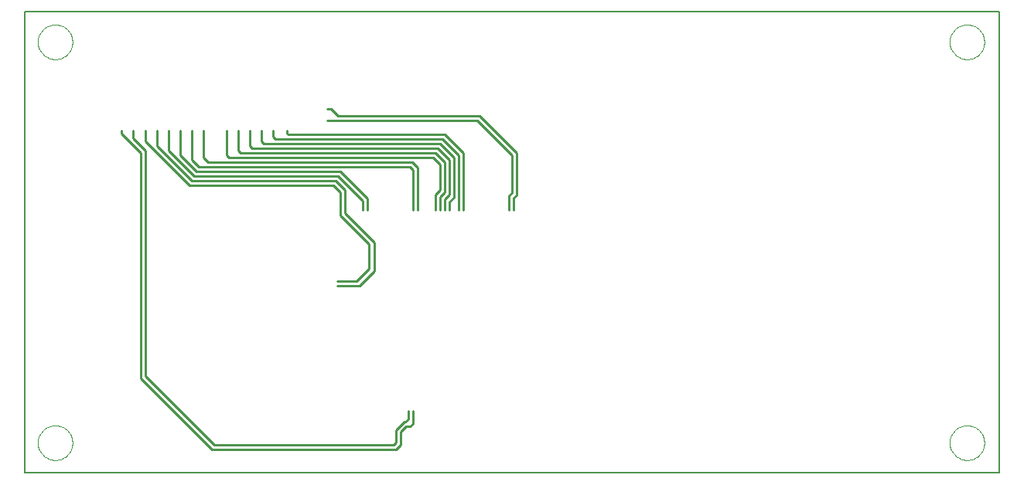
<source format=gtl>
G04 This is an RS-274x file exported by *
G04 gerbv version 2.6A *
G04 More information is available about gerbv at *
G04 http://gerbv.geda-project.org/ *
G04 --End of header info--*
%MOIN*%
%FSLAX34Y34*%
%IPPOS*%
G04 --Define apertures--*
%ADD10C,0.0000*%
%ADD11C,0.0050*%
%ADD12R,0.0591X0.0118*%
%ADD13R,0.0118X0.0591*%
%ADD14R,0.2126X0.2126*%
%ADD15R,0.0197X0.0197*%
%ADD16R,0.1449X0.0500*%
%ADD17C,0.0004*%
%ADD18R,0.0236X0.0354*%
%ADD19R,0.0354X0.0236*%
%ADD20R,0.0433X0.0787*%
%ADD21R,0.1299X0.0787*%
%ADD22R,0.0787X0.0197*%
%ADD23R,0.0256X0.0335*%
%ADD24R,0.0394X0.1083*%
%ADD25R,0.0413X0.0256*%
%ADD26R,0.2000X0.0500*%
%ADD27R,0.1260X0.0630*%
%ADD28C,0.0591*%
%ADD29R,0.0433X0.0492*%
%ADD30C,0.0500*%
%ADD31C,0.0197*%
%ADD32C,0.1005*%
%ADD33R,0.0394X0.2441*%
%ADD34R,0.0630X0.1181*%
%ADD35R,0.0079X0.0079*%
%ADD36C,0.0008*%
%ADD37R,0.0197X0.0236*%
%ADD38R,0.0236X0.0197*%
%ADD39C,0.0100*%
%ADD40C,0.0317*%
%ADD41C,0.0320*%
%ADD42C,0.0160*%
%ADD43C,0.0240*%
%ADD44C,0.0356*%
G04 --Start main section--*
G54D10*
G01X0000702Y0003000D02*
G01X0000704Y0003055D01*
G01X0000704Y0003055D02*
G01X0000710Y0003109D01*
G01X0000710Y0003109D02*
G01X0000720Y0003163D01*
G01X0000720Y0003163D02*
G01X0000734Y0003215D01*
G01X0000734Y0003215D02*
G01X0000751Y0003267D01*
G01X0000751Y0003267D02*
G01X0000773Y0003317D01*
G01X0000773Y0003317D02*
G01X0000798Y0003366D01*
G01X0000798Y0003366D02*
G01X0000826Y0003413D01*
G01X0000826Y0003413D02*
G01X0000858Y0003457D01*
G01X0000858Y0003457D02*
G01X0000893Y0003499D01*
G01X0000893Y0003499D02*
G01X0000931Y0003538D01*
G01X0000931Y0003538D02*
G01X0000972Y0003575D01*
G01X0000972Y0003575D02*
G01X0001015Y0003608D01*
G01X0001015Y0003608D02*
G01X0001060Y0003638D01*
G01X0001060Y0003638D02*
G01X0001108Y0003665D01*
G01X0001108Y0003665D02*
G01X0001157Y0003688D01*
G01X0001157Y0003688D02*
G01X0001208Y0003708D01*
G01X0001208Y0003708D02*
G01X0001261Y0003724D01*
G01X0001261Y0003724D02*
G01X0001314Y0003736D01*
G01X0001314Y0003736D02*
G01X0001368Y0003744D01*
G01X0001368Y0003744D02*
G01X0001423Y0003748D01*
G01X0001423Y0003748D02*
G01X0001477Y0003748D01*
G01X0001477Y0003748D02*
G01X0001532Y0003744D01*
G01X0001532Y0003744D02*
G01X0001586Y0003736D01*
G01X0001586Y0003736D02*
G01X0001639Y0003724D01*
G01X0001639Y0003724D02*
G01X0001692Y0003708D01*
G01X0001692Y0003708D02*
G01X0001743Y0003688D01*
G01X0001743Y0003688D02*
G01X0001792Y0003665D01*
G01X0001792Y0003665D02*
G01X0001840Y0003638D01*
G01X0001840Y0003638D02*
G01X0001885Y0003608D01*
G01X0001885Y0003608D02*
G01X0001928Y0003575D01*
G01X0001928Y0003575D02*
G01X0001969Y0003538D01*
G01X0001969Y0003538D02*
G01X0002007Y0003499D01*
G01X0002007Y0003499D02*
G01X0002042Y0003457D01*
G01X0002042Y0003457D02*
G01X0002074Y0003413D01*
G01X0002074Y0003413D02*
G01X0002102Y0003366D01*
G01X0002102Y0003366D02*
G01X0002127Y0003317D01*
G01X0002127Y0003317D02*
G01X0002149Y0003267D01*
G01X0002149Y0003267D02*
G01X0002166Y0003215D01*
G01X0002166Y0003215D02*
G01X0002180Y0003163D01*
G01X0002180Y0003163D02*
G01X0002190Y0003109D01*
G01X0002190Y0003109D02*
G01X0002196Y0003055D01*
G01X0002196Y0003055D02*
G01X0002198Y0003000D01*
G01X0002198Y0003000D02*
G01X0002196Y0002945D01*
G01X0002196Y0002945D02*
G01X0002190Y0002891D01*
G01X0002190Y0002891D02*
G01X0002180Y0002837D01*
G01X0002180Y0002837D02*
G01X0002166Y0002785D01*
G01X0002166Y0002785D02*
G01X0002149Y0002733D01*
G01X0002149Y0002733D02*
G01X0002127Y0002683D01*
G01X0002127Y0002683D02*
G01X0002102Y0002634D01*
G01X0002102Y0002634D02*
G01X0002074Y0002587D01*
G01X0002074Y0002587D02*
G01X0002042Y0002543D01*
G01X0002042Y0002543D02*
G01X0002007Y0002501D01*
G01X0002007Y0002501D02*
G01X0001969Y0002462D01*
G01X0001969Y0002462D02*
G01X0001928Y0002425D01*
G01X0001928Y0002425D02*
G01X0001885Y0002392D01*
G01X0001885Y0002392D02*
G01X0001840Y0002362D01*
G01X0001840Y0002362D02*
G01X0001792Y0002335D01*
G01X0001792Y0002335D02*
G01X0001743Y0002312D01*
G01X0001743Y0002312D02*
G01X0001692Y0002292D01*
G01X0001692Y0002292D02*
G01X0001639Y0002276D01*
G01X0001639Y0002276D02*
G01X0001586Y0002264D01*
G01X0001586Y0002264D02*
G01X0001532Y0002256D01*
G01X0001532Y0002256D02*
G01X0001477Y0002252D01*
G01X0001477Y0002252D02*
G01X0001423Y0002252D01*
G01X0001423Y0002252D02*
G01X0001368Y0002256D01*
G01X0001368Y0002256D02*
G01X0001314Y0002264D01*
G01X0001314Y0002264D02*
G01X0001261Y0002276D01*
G01X0001261Y0002276D02*
G01X0001208Y0002292D01*
G01X0001208Y0002292D02*
G01X0001157Y0002312D01*
G01X0001157Y0002312D02*
G01X0001108Y0002335D01*
G01X0001108Y0002335D02*
G01X0001060Y0002362D01*
G01X0001060Y0002362D02*
G01X0001015Y0002392D01*
G01X0001015Y0002392D02*
G01X0000972Y0002425D01*
G01X0000972Y0002425D02*
G01X0000931Y0002462D01*
G01X0000931Y0002462D02*
G01X0000893Y0002501D01*
G01X0000893Y0002501D02*
G01X0000858Y0002543D01*
G01X0000858Y0002543D02*
G01X0000826Y0002587D01*
G01X0000826Y0002587D02*
G01X0000798Y0002634D01*
G01X0000798Y0002634D02*
G01X0000773Y0002683D01*
G01X0000773Y0002683D02*
G01X0000751Y0002733D01*
G01X0000751Y0002733D02*
G01X0000734Y0002785D01*
G01X0000734Y0002785D02*
G01X0000720Y0002837D01*
G01X0000720Y0002837D02*
G01X0000710Y0002891D01*
G01X0000710Y0002891D02*
G01X0000704Y0002945D01*
G01X0000704Y0002945D02*
G01X0000702Y0003000D01*
G01X0040002Y0020300D02*
G01X0040004Y0020355D01*
G01X0040004Y0020355D02*
G01X0040010Y0020409D01*
G01X0040010Y0020409D02*
G01X0040020Y0020463D01*
G01X0040020Y0020463D02*
G01X0040034Y0020515D01*
G01X0040034Y0020515D02*
G01X0040051Y0020567D01*
G01X0040051Y0020567D02*
G01X0040073Y0020617D01*
G01X0040073Y0020617D02*
G01X0040098Y0020666D01*
G01X0040098Y0020666D02*
G01X0040126Y0020713D01*
G01X0040126Y0020713D02*
G01X0040158Y0020757D01*
G01X0040158Y0020757D02*
G01X0040193Y0020799D01*
G01X0040193Y0020799D02*
G01X0040231Y0020838D01*
G01X0040231Y0020838D02*
G01X0040272Y0020875D01*
G01X0040272Y0020875D02*
G01X0040315Y0020908D01*
G01X0040315Y0020908D02*
G01X0040360Y0020938D01*
G01X0040360Y0020938D02*
G01X0040408Y0020965D01*
G01X0040408Y0020965D02*
G01X0040457Y0020988D01*
G01X0040457Y0020988D02*
G01X0040508Y0021008D01*
G01X0040508Y0021008D02*
G01X0040561Y0021024D01*
G01X0040561Y0021024D02*
G01X0040614Y0021036D01*
G01X0040614Y0021036D02*
G01X0040668Y0021044D01*
G01X0040668Y0021044D02*
G01X0040723Y0021048D01*
G01X0040723Y0021048D02*
G01X0040777Y0021048D01*
G01X0040777Y0021048D02*
G01X0040832Y0021044D01*
G01X0040832Y0021044D02*
G01X0040886Y0021036D01*
G01X0040886Y0021036D02*
G01X0040939Y0021024D01*
G01X0040939Y0021024D02*
G01X0040992Y0021008D01*
G01X0040992Y0021008D02*
G01X0041043Y0020988D01*
G01X0041043Y0020988D02*
G01X0041092Y0020965D01*
G01X0041092Y0020965D02*
G01X0041140Y0020938D01*
G01X0041140Y0020938D02*
G01X0041185Y0020908D01*
G01X0041185Y0020908D02*
G01X0041228Y0020875D01*
G01X0041228Y0020875D02*
G01X0041269Y0020838D01*
G01X0041269Y0020838D02*
G01X0041307Y0020799D01*
G01X0041307Y0020799D02*
G01X0041342Y0020757D01*
G01X0041342Y0020757D02*
G01X0041374Y0020713D01*
G01X0041374Y0020713D02*
G01X0041402Y0020666D01*
G01X0041402Y0020666D02*
G01X0041427Y0020617D01*
G01X0041427Y0020617D02*
G01X0041449Y0020567D01*
G01X0041449Y0020567D02*
G01X0041466Y0020515D01*
G01X0041466Y0020515D02*
G01X0041480Y0020463D01*
G01X0041480Y0020463D02*
G01X0041490Y0020409D01*
G01X0041490Y0020409D02*
G01X0041496Y0020355D01*
G01X0041496Y0020355D02*
G01X0041498Y0020300D01*
G01X0041498Y0020300D02*
G01X0041496Y0020245D01*
G01X0041496Y0020245D02*
G01X0041490Y0020191D01*
G01X0041490Y0020191D02*
G01X0041480Y0020137D01*
G01X0041480Y0020137D02*
G01X0041466Y0020085D01*
G01X0041466Y0020085D02*
G01X0041449Y0020033D01*
G01X0041449Y0020033D02*
G01X0041427Y0019983D01*
G01X0041427Y0019983D02*
G01X0041402Y0019934D01*
G01X0041402Y0019934D02*
G01X0041374Y0019887D01*
G01X0041374Y0019887D02*
G01X0041342Y0019843D01*
G01X0041342Y0019843D02*
G01X0041307Y0019801D01*
G01X0041307Y0019801D02*
G01X0041269Y0019762D01*
G01X0041269Y0019762D02*
G01X0041228Y0019725D01*
G01X0041228Y0019725D02*
G01X0041185Y0019692D01*
G01X0041185Y0019692D02*
G01X0041140Y0019662D01*
G01X0041140Y0019662D02*
G01X0041092Y0019635D01*
G01X0041092Y0019635D02*
G01X0041043Y0019612D01*
G01X0041043Y0019612D02*
G01X0040992Y0019592D01*
G01X0040992Y0019592D02*
G01X0040939Y0019576D01*
G01X0040939Y0019576D02*
G01X0040886Y0019564D01*
G01X0040886Y0019564D02*
G01X0040832Y0019556D01*
G01X0040832Y0019556D02*
G01X0040777Y0019552D01*
G01X0040777Y0019552D02*
G01X0040723Y0019552D01*
G01X0040723Y0019552D02*
G01X0040668Y0019556D01*
G01X0040668Y0019556D02*
G01X0040614Y0019564D01*
G01X0040614Y0019564D02*
G01X0040561Y0019576D01*
G01X0040561Y0019576D02*
G01X0040508Y0019592D01*
G01X0040508Y0019592D02*
G01X0040457Y0019612D01*
G01X0040457Y0019612D02*
G01X0040408Y0019635D01*
G01X0040408Y0019635D02*
G01X0040360Y0019662D01*
G01X0040360Y0019662D02*
G01X0040315Y0019692D01*
G01X0040315Y0019692D02*
G01X0040272Y0019725D01*
G01X0040272Y0019725D02*
G01X0040231Y0019762D01*
G01X0040231Y0019762D02*
G01X0040193Y0019801D01*
G01X0040193Y0019801D02*
G01X0040158Y0019843D01*
G01X0040158Y0019843D02*
G01X0040126Y0019887D01*
G01X0040126Y0019887D02*
G01X0040098Y0019934D01*
G01X0040098Y0019934D02*
G01X0040073Y0019983D01*
G01X0040073Y0019983D02*
G01X0040051Y0020033D01*
G01X0040051Y0020033D02*
G01X0040034Y0020085D01*
G01X0040034Y0020085D02*
G01X0040020Y0020137D01*
G01X0040020Y0020137D02*
G01X0040010Y0020191D01*
G01X0040010Y0020191D02*
G01X0040004Y0020245D01*
G01X0040004Y0020245D02*
G01X0040002Y0020300D01*
G01X0000702Y0020300D02*
G01X0000704Y0020355D01*
G01X0000704Y0020355D02*
G01X0000710Y0020409D01*
G01X0000710Y0020409D02*
G01X0000720Y0020463D01*
G01X0000720Y0020463D02*
G01X0000734Y0020515D01*
G01X0000734Y0020515D02*
G01X0000751Y0020567D01*
G01X0000751Y0020567D02*
G01X0000773Y0020617D01*
G01X0000773Y0020617D02*
G01X0000798Y0020666D01*
G01X0000798Y0020666D02*
G01X0000826Y0020713D01*
G01X0000826Y0020713D02*
G01X0000858Y0020757D01*
G01X0000858Y0020757D02*
G01X0000893Y0020799D01*
G01X0000893Y0020799D02*
G01X0000931Y0020838D01*
G01X0000931Y0020838D02*
G01X0000972Y0020875D01*
G01X0000972Y0020875D02*
G01X0001015Y0020908D01*
G01X0001015Y0020908D02*
G01X0001060Y0020938D01*
G01X0001060Y0020938D02*
G01X0001108Y0020965D01*
G01X0001108Y0020965D02*
G01X0001157Y0020988D01*
G01X0001157Y0020988D02*
G01X0001208Y0021008D01*
G01X0001208Y0021008D02*
G01X0001261Y0021024D01*
G01X0001261Y0021024D02*
G01X0001314Y0021036D01*
G01X0001314Y0021036D02*
G01X0001368Y0021044D01*
G01X0001368Y0021044D02*
G01X0001423Y0021048D01*
G01X0001423Y0021048D02*
G01X0001477Y0021048D01*
G01X0001477Y0021048D02*
G01X0001532Y0021044D01*
G01X0001532Y0021044D02*
G01X0001586Y0021036D01*
G01X0001586Y0021036D02*
G01X0001639Y0021024D01*
G01X0001639Y0021024D02*
G01X0001692Y0021008D01*
G01X0001692Y0021008D02*
G01X0001743Y0020988D01*
G01X0001743Y0020988D02*
G01X0001792Y0020965D01*
G01X0001792Y0020965D02*
G01X0001840Y0020938D01*
G01X0001840Y0020938D02*
G01X0001885Y0020908D01*
G01X0001885Y0020908D02*
G01X0001928Y0020875D01*
G01X0001928Y0020875D02*
G01X0001969Y0020838D01*
G01X0001969Y0020838D02*
G01X0002007Y0020799D01*
G01X0002007Y0020799D02*
G01X0002042Y0020757D01*
G01X0002042Y0020757D02*
G01X0002074Y0020713D01*
G01X0002074Y0020713D02*
G01X0002102Y0020666D01*
G01X0002102Y0020666D02*
G01X0002127Y0020617D01*
G01X0002127Y0020617D02*
G01X0002149Y0020567D01*
G01X0002149Y0020567D02*
G01X0002166Y0020515D01*
G01X0002166Y0020515D02*
G01X0002180Y0020463D01*
G01X0002180Y0020463D02*
G01X0002190Y0020409D01*
G01X0002190Y0020409D02*
G01X0002196Y0020355D01*
G01X0002196Y0020355D02*
G01X0002198Y0020300D01*
G01X0002198Y0020300D02*
G01X0002196Y0020245D01*
G01X0002196Y0020245D02*
G01X0002190Y0020191D01*
G01X0002190Y0020191D02*
G01X0002180Y0020137D01*
G01X0002180Y0020137D02*
G01X0002166Y0020085D01*
G01X0002166Y0020085D02*
G01X0002149Y0020033D01*
G01X0002149Y0020033D02*
G01X0002127Y0019983D01*
G01X0002127Y0019983D02*
G01X0002102Y0019934D01*
G01X0002102Y0019934D02*
G01X0002074Y0019887D01*
G01X0002074Y0019887D02*
G01X0002042Y0019843D01*
G01X0002042Y0019843D02*
G01X0002007Y0019801D01*
G01X0002007Y0019801D02*
G01X0001969Y0019762D01*
G01X0001969Y0019762D02*
G01X0001928Y0019725D01*
G01X0001928Y0019725D02*
G01X0001885Y0019692D01*
G01X0001885Y0019692D02*
G01X0001840Y0019662D01*
G01X0001840Y0019662D02*
G01X0001792Y0019635D01*
G01X0001792Y0019635D02*
G01X0001743Y0019612D01*
G01X0001743Y0019612D02*
G01X0001692Y0019592D01*
G01X0001692Y0019592D02*
G01X0001639Y0019576D01*
G01X0001639Y0019576D02*
G01X0001586Y0019564D01*
G01X0001586Y0019564D02*
G01X0001532Y0019556D01*
G01X0001532Y0019556D02*
G01X0001477Y0019552D01*
G01X0001477Y0019552D02*
G01X0001423Y0019552D01*
G01X0001423Y0019552D02*
G01X0001368Y0019556D01*
G01X0001368Y0019556D02*
G01X0001314Y0019564D01*
G01X0001314Y0019564D02*
G01X0001261Y0019576D01*
G01X0001261Y0019576D02*
G01X0001208Y0019592D01*
G01X0001208Y0019592D02*
G01X0001157Y0019612D01*
G01X0001157Y0019612D02*
G01X0001108Y0019635D01*
G01X0001108Y0019635D02*
G01X0001060Y0019662D01*
G01X0001060Y0019662D02*
G01X0001015Y0019692D01*
G01X0001015Y0019692D02*
G01X0000972Y0019725D01*
G01X0000972Y0019725D02*
G01X0000931Y0019762D01*
G01X0000931Y0019762D02*
G01X0000893Y0019801D01*
G01X0000893Y0019801D02*
G01X0000858Y0019843D01*
G01X0000858Y0019843D02*
G01X0000826Y0019887D01*
G01X0000826Y0019887D02*
G01X0000798Y0019934D01*
G01X0000798Y0019934D02*
G01X0000773Y0019983D01*
G01X0000773Y0019983D02*
G01X0000751Y0020033D01*
G01X0000751Y0020033D02*
G01X0000734Y0020085D01*
G01X0000734Y0020085D02*
G01X0000720Y0020137D01*
G01X0000720Y0020137D02*
G01X0000710Y0020191D01*
G01X0000710Y0020191D02*
G01X0000704Y0020245D01*
G01X0000704Y0020245D02*
G01X0000702Y0020300D01*
G01X0040002Y0003000D02*
G01X0040004Y0003055D01*
G01X0040004Y0003055D02*
G01X0040010Y0003109D01*
G01X0040010Y0003109D02*
G01X0040020Y0003163D01*
G01X0040020Y0003163D02*
G01X0040034Y0003215D01*
G01X0040034Y0003215D02*
G01X0040051Y0003267D01*
G01X0040051Y0003267D02*
G01X0040073Y0003317D01*
G01X0040073Y0003317D02*
G01X0040098Y0003366D01*
G01X0040098Y0003366D02*
G01X0040126Y0003413D01*
G01X0040126Y0003413D02*
G01X0040158Y0003457D01*
G01X0040158Y0003457D02*
G01X0040193Y0003499D01*
G01X0040193Y0003499D02*
G01X0040231Y0003538D01*
G01X0040231Y0003538D02*
G01X0040272Y0003575D01*
G01X0040272Y0003575D02*
G01X0040315Y0003608D01*
G01X0040315Y0003608D02*
G01X0040360Y0003638D01*
G01X0040360Y0003638D02*
G01X0040408Y0003665D01*
G01X0040408Y0003665D02*
G01X0040457Y0003688D01*
G01X0040457Y0003688D02*
G01X0040508Y0003708D01*
G01X0040508Y0003708D02*
G01X0040561Y0003724D01*
G01X0040561Y0003724D02*
G01X0040614Y0003736D01*
G01X0040614Y0003736D02*
G01X0040668Y0003744D01*
G01X0040668Y0003744D02*
G01X0040723Y0003748D01*
G01X0040723Y0003748D02*
G01X0040777Y0003748D01*
G01X0040777Y0003748D02*
G01X0040832Y0003744D01*
G01X0040832Y0003744D02*
G01X0040886Y0003736D01*
G01X0040886Y0003736D02*
G01X0040939Y0003724D01*
G01X0040939Y0003724D02*
G01X0040992Y0003708D01*
G01X0040992Y0003708D02*
G01X0041043Y0003688D01*
G01X0041043Y0003688D02*
G01X0041092Y0003665D01*
G01X0041092Y0003665D02*
G01X0041140Y0003638D01*
G01X0041140Y0003638D02*
G01X0041185Y0003608D01*
G01X0041185Y0003608D02*
G01X0041228Y0003575D01*
G01X0041228Y0003575D02*
G01X0041269Y0003538D01*
G01X0041269Y0003538D02*
G01X0041307Y0003499D01*
G01X0041307Y0003499D02*
G01X0041342Y0003457D01*
G01X0041342Y0003457D02*
G01X0041374Y0003413D01*
G01X0041374Y0003413D02*
G01X0041402Y0003366D01*
G01X0041402Y0003366D02*
G01X0041427Y0003317D01*
G01X0041427Y0003317D02*
G01X0041449Y0003267D01*
G01X0041449Y0003267D02*
G01X0041466Y0003215D01*
G01X0041466Y0003215D02*
G01X0041480Y0003163D01*
G01X0041480Y0003163D02*
G01X0041490Y0003109D01*
G01X0041490Y0003109D02*
G01X0041496Y0003055D01*
G01X0041496Y0003055D02*
G01X0041498Y0003000D01*
G01X0041498Y0003000D02*
G01X0041496Y0002945D01*
G01X0041496Y0002945D02*
G01X0041490Y0002891D01*
G01X0041490Y0002891D02*
G01X0041480Y0002837D01*
G01X0041480Y0002837D02*
G01X0041466Y0002785D01*
G01X0041466Y0002785D02*
G01X0041449Y0002733D01*
G01X0041449Y0002733D02*
G01X0041427Y0002683D01*
G01X0041427Y0002683D02*
G01X0041402Y0002634D01*
G01X0041402Y0002634D02*
G01X0041374Y0002587D01*
G01X0041374Y0002587D02*
G01X0041342Y0002543D01*
G01X0041342Y0002543D02*
G01X0041307Y0002501D01*
G01X0041307Y0002501D02*
G01X0041269Y0002462D01*
G01X0041269Y0002462D02*
G01X0041228Y0002425D01*
G01X0041228Y0002425D02*
G01X0041185Y0002392D01*
G01X0041185Y0002392D02*
G01X0041140Y0002362D01*
G01X0041140Y0002362D02*
G01X0041092Y0002335D01*
G01X0041092Y0002335D02*
G01X0041043Y0002312D01*
G01X0041043Y0002312D02*
G01X0040992Y0002292D01*
G01X0040992Y0002292D02*
G01X0040939Y0002276D01*
G01X0040939Y0002276D02*
G01X0040886Y0002264D01*
G01X0040886Y0002264D02*
G01X0040832Y0002256D01*
G01X0040832Y0002256D02*
G01X0040777Y0002252D01*
G01X0040777Y0002252D02*
G01X0040723Y0002252D01*
G01X0040723Y0002252D02*
G01X0040668Y0002256D01*
G01X0040668Y0002256D02*
G01X0040614Y0002264D01*
G01X0040614Y0002264D02*
G01X0040561Y0002276D01*
G01X0040561Y0002276D02*
G01X0040508Y0002292D01*
G01X0040508Y0002292D02*
G01X0040457Y0002312D01*
G01X0040457Y0002312D02*
G01X0040408Y0002335D01*
G01X0040408Y0002335D02*
G01X0040360Y0002362D01*
G01X0040360Y0002362D02*
G01X0040315Y0002392D01*
G01X0040315Y0002392D02*
G01X0040272Y0002425D01*
G01X0040272Y0002425D02*
G01X0040231Y0002462D01*
G01X0040231Y0002462D02*
G01X0040193Y0002501D01*
G01X0040193Y0002501D02*
G01X0040158Y0002543D01*
G01X0040158Y0002543D02*
G01X0040126Y0002587D01*
G01X0040126Y0002587D02*
G01X0040098Y0002634D01*
G01X0040098Y0002634D02*
G01X0040073Y0002683D01*
G01X0040073Y0002683D02*
G01X0040051Y0002733D01*
G01X0040051Y0002733D02*
G01X0040034Y0002785D01*
G01X0040034Y0002785D02*
G01X0040020Y0002837D01*
G01X0040020Y0002837D02*
G01X0040010Y0002891D01*
G01X0040010Y0002891D02*
G01X0040004Y0002945D01*
G01X0040004Y0002945D02*
G01X0040002Y0003000D01*
G54D11*
G01X0042150Y0001700D02*
G01X0000150Y0001700D01*
G01X0000150Y0001700D02*
G01X0000150Y0021600D01*
G01X0000150Y0021600D02*
G01X0042150Y0021600D01*
G01X0042150Y0021600D02*
G01X0042150Y0001700D01*
G54D39*
G01X0011450Y0016483D02*
G01X0011450Y0016350D01*
G01X0011450Y0016350D02*
G01X0011500Y0016300D01*
G01X0011500Y0016300D02*
G01X0018250Y0016300D01*
G01X0018250Y0016300D02*
G01X0019050Y0015500D01*
G01X0019050Y0015500D02*
G01X0019050Y0013400D01*
G01X0019050Y0013400D02*
G01X0019033Y0013383D01*
G01X0019033Y0013383D02*
G01X0019033Y0013031D01*
G01X0018850Y0015400D02*
G01X0018850Y0013500D01*
G01X0018850Y0013500D02*
G01X0018836Y0013486D01*
G01X0018836Y0013486D02*
G01X0018836Y0013031D01*
G01X0021001Y0013651D02*
G01X0021150Y0013800D01*
G01X0021150Y0013800D02*
G01X0021150Y0015400D01*
G01X0021150Y0015400D02*
G01X0019650Y0016900D01*
G01X0019650Y0016900D02*
G01X0013167Y0016900D01*
G01X0013350Y0017400D02*
G01X0013650Y0017100D01*
G01X0013650Y0017100D02*
G01X0019750Y0017100D01*
G01X0019750Y0017100D02*
G01X0021350Y0015500D01*
G01X0021350Y0015500D02*
G01X0021350Y0013700D01*
G01X0021350Y0013700D02*
G01X0021198Y0013548D01*
G01X0021198Y0013548D02*
G01X0021198Y0013031D01*
G01X0021001Y0013031D02*
G01X0021001Y0013651D01*
G01X0005150Y0005761D02*
G01X0008211Y0002700D01*
G01X0008211Y0002700D02*
G01X0016150Y0002700D01*
G01X0016150Y0002700D02*
G01X0016350Y0002900D01*
G01X0016350Y0002900D02*
G01X0016350Y0003476D01*
G01X0016350Y0003476D02*
G01X0016574Y0003700D01*
G01X0016574Y0003700D02*
G01X0016750Y0003700D01*
G01X0016750Y0003700D02*
G01X0016867Y0003817D01*
G01X0016867Y0003817D02*
G01X0016867Y0004369D01*
G01X0016670Y0004369D02*
G01X0016670Y0004020D01*
G01X0016670Y0004020D02*
G01X0016550Y0003900D01*
G01X0016550Y0003900D02*
G01X0016511Y0003900D01*
G01X0016511Y0003900D02*
G01X0016150Y0003539D01*
G01X0016150Y0003539D02*
G01X0016150Y0003000D01*
G01X0016150Y0003000D02*
G01X0016050Y0002900D01*
G01X0016050Y0002900D02*
G01X0008320Y0002900D01*
G01X0008320Y0002900D02*
G01X0005350Y0005870D01*
G01X0005350Y0005870D02*
G01X0005350Y0015600D01*
G01X0005350Y0015600D02*
G01X0004800Y0016150D01*
G01X0004800Y0016150D02*
G01X0004800Y0016483D01*
G01X0004300Y0016483D02*
G01X0004300Y0016350D01*
G01X0004300Y0016350D02*
G01X0005150Y0015500D01*
G01X0005150Y0015500D02*
G01X0005150Y0005761D01*
G01X0013619Y0009980D02*
G01X0014450Y0009980D01*
G01X0014450Y0009980D02*
G01X0014980Y0010510D01*
G01X0014980Y0010510D02*
G01X0014980Y0011570D01*
G01X0014980Y0011570D02*
G01X0013750Y0012800D01*
G01X0013750Y0012800D02*
G01X0013750Y0013800D01*
G01X0013750Y0013800D02*
G01X0013450Y0014100D01*
G01X0013450Y0014100D02*
G01X0007250Y0014100D01*
G01X0007250Y0014100D02*
G01X0005350Y0016000D01*
G01X0005350Y0016000D02*
G01X0005350Y0016483D01*
G01X0005850Y0016483D02*
G01X0005850Y0015800D01*
G01X0005850Y0015800D02*
G01X0007350Y0014300D01*
G01X0007350Y0014300D02*
G01X0013550Y0014300D01*
G01X0013550Y0014300D02*
G01X0013950Y0013900D01*
G01X0013950Y0013900D02*
G01X0013950Y0012900D01*
G01X0013950Y0012900D02*
G01X0015209Y0011641D01*
G01X0015209Y0011641D02*
G01X0015209Y0010426D01*
G01X0015209Y0010426D02*
G01X0014566Y0009783D01*
G01X0014566Y0009783D02*
G01X0013619Y0009783D01*
G01X0018442Y0013031D02*
G01X0018442Y0013392D01*
G01X0018442Y0013392D02*
G01X0018650Y0013600D01*
G01X0018650Y0013600D02*
G01X0018650Y0015300D01*
G01X0018650Y0015300D02*
G01X0018050Y0015900D01*
G01X0018050Y0015900D02*
G01X0010450Y0015900D01*
G01X0010450Y0015900D02*
G01X0010350Y0016000D01*
G01X0010350Y0016000D02*
G01X0010350Y0016483D01*
G01X0010850Y0016483D02*
G01X0010850Y0016200D01*
G01X0010850Y0016200D02*
G01X0010950Y0016100D01*
G01X0010950Y0016100D02*
G01X0018150Y0016100D01*
G01X0018150Y0016100D02*
G01X0018850Y0015400D01*
G01X0018450Y0015200D02*
G01X0018450Y0013700D01*
G01X0018450Y0013700D02*
G01X0018245Y0013495D01*
G01X0018245Y0013495D02*
G01X0018245Y0013031D01*
G01X0018048Y0013031D02*
G01X0018048Y0013598D01*
G01X0018048Y0013598D02*
G01X0018250Y0013800D01*
G01X0018250Y0013800D02*
G01X0018250Y0015100D01*
G01X0018250Y0015100D02*
G01X0017850Y0015500D01*
G01X0017850Y0015500D02*
G01X0009450Y0015500D01*
G01X0009450Y0015500D02*
G01X0009350Y0015600D01*
G01X0009350Y0015600D02*
G01X0009350Y0016483D01*
G01X0009850Y0016483D02*
G01X0009850Y0015800D01*
G01X0009850Y0015800D02*
G01X0009950Y0015700D01*
G01X0009950Y0015700D02*
G01X0017950Y0015700D01*
G01X0017950Y0015700D02*
G01X0018450Y0015200D01*
G01X0018050Y0015000D02*
G01X0018050Y0013900D01*
G01X0018050Y0013900D02*
G01X0017852Y0013702D01*
G01X0017852Y0013702D02*
G01X0017852Y0013031D01*
G01X0018050Y0015000D02*
G01X0017750Y0015300D01*
G01X0017750Y0015300D02*
G01X0008950Y0015300D01*
G01X0008950Y0015300D02*
G01X0008850Y0015400D01*
G01X0008850Y0015400D02*
G01X0008850Y0016483D01*
G01X0013167Y0017400D02*
G01X0013350Y0017400D01*
G01X0006350Y0016483D02*
G01X0006350Y0015600D01*
G01X0006350Y0015600D02*
G01X0007450Y0014500D01*
G01X0007450Y0014500D02*
G01X0013650Y0014500D01*
G01X0013650Y0014500D02*
G01X0014702Y0013448D01*
G01X0014702Y0013448D02*
G01X0014702Y0013031D01*
G01X0014899Y0013031D02*
G01X0014899Y0013551D01*
G01X0014899Y0013551D02*
G01X0013750Y0014700D01*
G01X0013750Y0014700D02*
G01X0007550Y0014700D01*
G01X0007550Y0014700D02*
G01X0006850Y0015400D01*
G01X0006850Y0015400D02*
G01X0006850Y0016483D01*
G01X0007350Y0016483D02*
G01X0007350Y0015200D01*
G01X0007350Y0015200D02*
G01X0007650Y0014900D01*
G01X0007650Y0014900D02*
G01X0016750Y0014900D01*
G01X0016750Y0014900D02*
G01X0016867Y0014783D01*
G01X0016867Y0014783D02*
G01X0016867Y0013031D01*
G01X0016850Y0015100D02*
G01X0017064Y0014886D01*
G01X0017064Y0014886D02*
G01X0017064Y0013031D01*
G01X0016850Y0015100D02*
G01X0008050Y0015100D01*
G01X0008050Y0015100D02*
G01X0007850Y0015300D01*
G01X0007850Y0015300D02*
G01X0007850Y0016483D01*
M02*

</source>
